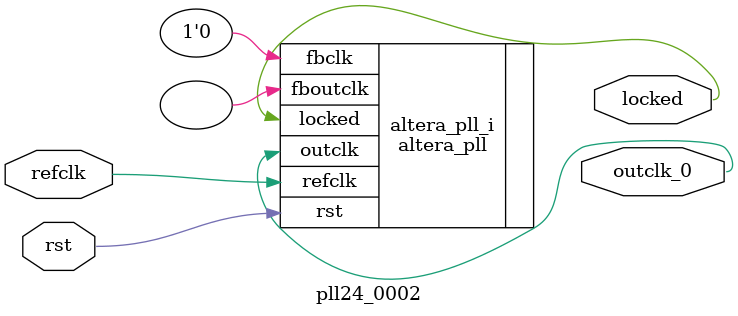
<source format=v>
`timescale 1ns/10ps
module  pll24_0002(

	// interface 'refclk'
	input wire refclk,

	// interface 'reset'
	input wire rst,

	// interface 'outclk0'
	output wire outclk_0,

	// interface 'locked'
	output wire locked
);

	altera_pll #(
		.fractional_vco_multiplier("false"),
		.reference_clock_frequency("12.0 MHz"),
		.operation_mode("direct"),
		.number_of_clocks(1),
		.output_clock_frequency0("24.000000 MHz"),
		.phase_shift0("0 ps"),
		.duty_cycle0(50),
		.output_clock_frequency1("0 MHz"),
		.phase_shift1("0 ps"),
		.duty_cycle1(50),
		.output_clock_frequency2("0 MHz"),
		.phase_shift2("0 ps"),
		.duty_cycle2(50),
		.output_clock_frequency3("0 MHz"),
		.phase_shift3("0 ps"),
		.duty_cycle3(50),
		.output_clock_frequency4("0 MHz"),
		.phase_shift4("0 ps"),
		.duty_cycle4(50),
		.output_clock_frequency5("0 MHz"),
		.phase_shift5("0 ps"),
		.duty_cycle5(50),
		.output_clock_frequency6("0 MHz"),
		.phase_shift6("0 ps"),
		.duty_cycle6(50),
		.output_clock_frequency7("0 MHz"),
		.phase_shift7("0 ps"),
		.duty_cycle7(50),
		.output_clock_frequency8("0 MHz"),
		.phase_shift8("0 ps"),
		.duty_cycle8(50),
		.output_clock_frequency9("0 MHz"),
		.phase_shift9("0 ps"),
		.duty_cycle9(50),
		.output_clock_frequency10("0 MHz"),
		.phase_shift10("0 ps"),
		.duty_cycle10(50),
		.output_clock_frequency11("0 MHz"),
		.phase_shift11("0 ps"),
		.duty_cycle11(50),
		.output_clock_frequency12("0 MHz"),
		.phase_shift12("0 ps"),
		.duty_cycle12(50),
		.output_clock_frequency13("0 MHz"),
		.phase_shift13("0 ps"),
		.duty_cycle13(50),
		.output_clock_frequency14("0 MHz"),
		.phase_shift14("0 ps"),
		.duty_cycle14(50),
		.output_clock_frequency15("0 MHz"),
		.phase_shift15("0 ps"),
		.duty_cycle15(50),
		.output_clock_frequency16("0 MHz"),
		.phase_shift16("0 ps"),
		.duty_cycle16(50),
		.output_clock_frequency17("0 MHz"),
		.phase_shift17("0 ps"),
		.duty_cycle17(50),
		.pll_type("General"),
		.pll_subtype("General")
	) altera_pll_i (
		.rst	(rst),
		.outclk	({outclk_0}),
		.locked	(locked),
		.fboutclk	( ),
		.fbclk	(1'b0),
		.refclk	(refclk)
	);
endmodule


</source>
